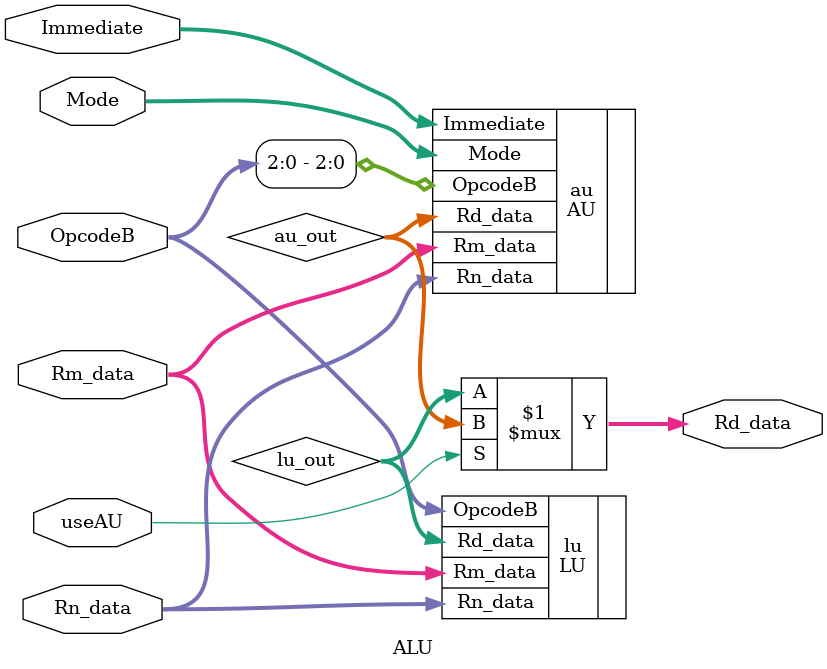
<source format=v>
module ALU(
	input [3:0] OpcodeB,
	input [15:0] Immediate,
	input [1:0] Mode,
	input [15:0] Rn_data,
	input [15:0] Rm_data,
	
	input useAU,
	
	output [15:0] Rd_data
);

	wire [15:0] lu_out, au_out;
	
	LU lu(
	.OpcodeB(OpcodeB),
	.Rn_data(Rn_data),
	.Rm_data(Rm_data),
	
	.Rd_data(lu_out)
	);
	
	AU au(
	.OpcodeB(OpcodeB[2:0]),
	.Rn_data(Rn_data),
	.Rm_data(Rm_data),
	.Immediate(Immediate),
	.Mode(Mode),
	.Rd_data(au_out)
	);
	
	assign Rd_data = (useAU) ? au_out : lu_out;

endmodule
</source>
